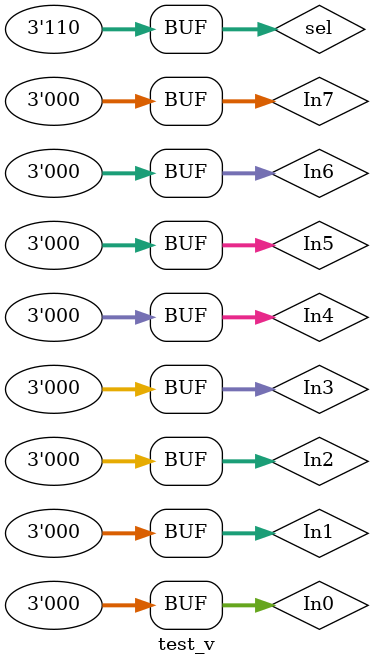
<source format=v>
`timescale 1ns / 1ps


module test_v;

	// Inputs
	reg [2:0] In0;
	reg [2:0] In1;
	reg [2:0] In2;
	reg [2:0] In3;
	reg [2:0] In4;
	reg [2:0] In5;
	reg [2:0] In6;
	reg [2:0] In7;
	reg [2:0] sel;

	// Outputs
	wire [2:0] out;

	// Instantiate the Unit Under Test (UUT)
	mux8to1 uut (
		.In0(In0), 
		.In1(In1), 
		.In2(In2), 
		.In3(In3), 
		.In4(In4), 
		.In5(In5), 
		.In6(In6), 
		.In7(In7), 
		.sel(sel), 
		.out(out)
	);

	initial begin
		// Initialize Inputs
		In0 = 0;
		In1 = 0;
		In2 = 0;
		In3 = 0;
		In4 = 0;
		In5 = 0;
		In6 = 0;
		In7 = 0;
		sel = 0;
		#100 sel = 010;
		#100 sel = 111;
		#100 sel = 100;
		#100 sel = 101;
		#100 sel = 110;
		

		// Wait 100 ns for global reset to finish
		#100;
        
		// Add stimulus here

	end
      
endmodule


</source>
